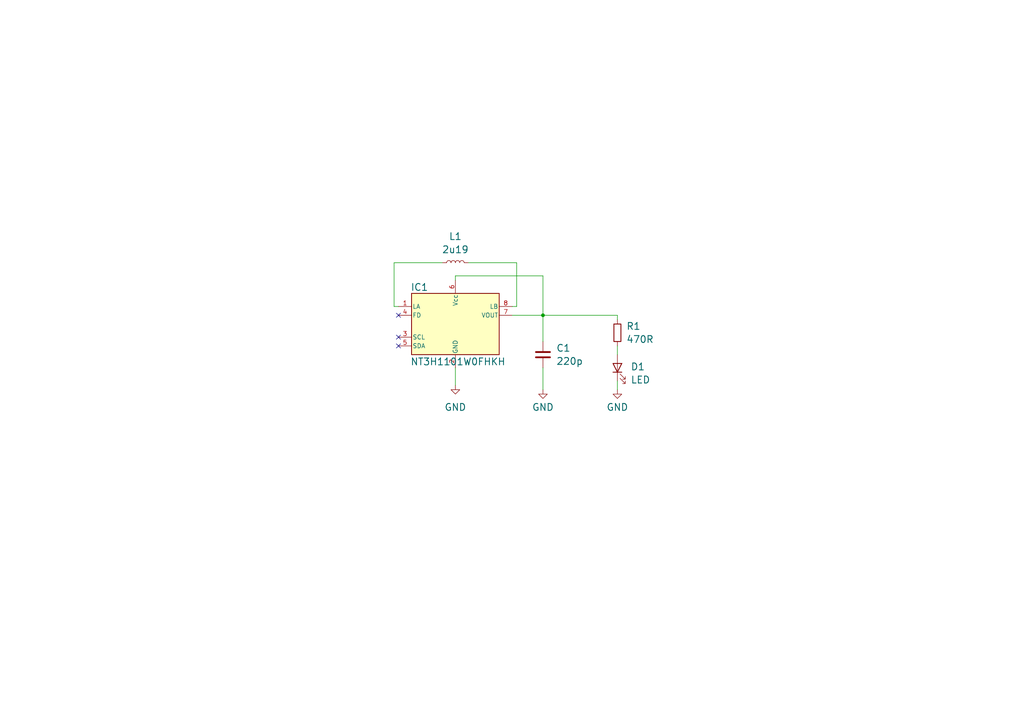
<source format=kicad_sch>
(kicad_sch (version 20240819) (generator "eeschema") (generator_version "8.99")
  (paper "A4")
  (title_block (title "Business Card") (date "2024-09-30") (rev "1.0"))
  (lib_symbols
    (symbol "Device:C" (pin_numbers hide) (pin_names (offset 0.254))
      (property "Reference" "C" (at 0.635 2.54 0))
      (property "Value" "C" (at 0.635 -2.54 0))
      (symbol "C_0_1"
        (polyline (pts (xy -2.032 0.762) (xy 2.032 0.762)) (stroke (width 0.508)))
        (polyline (pts (xy -2.032 -0.762) (xy 2.032 -0.762)) (stroke (width 0.508)))
      )
      (symbol "C_1_1"
        (pin passive line (at 0 3.81 270) (length 2.794) (name "~") (number "1"))
        (pin passive line (at 0 -3.81 90) (length 2.794) (name "~") (number "2"))
      )
    )
    (symbol "Device:L" (pin_numbers hide) (pin_names (offset 1.016) hide)
      (property "Reference" "L" (at -1.27 0 90))
      (property "Value" "L" (at 1.905 0 90))
      (symbol "L_0_1"
        (arc (start 0 2.54) (mid 0.6323 1.905) (end 0 1.27))
        (arc (start 0 1.27) (mid 0.6323 0.635) (end 0 0))
        (arc (start 0 0) (mid 0.6323 -0.635) (end 0 -1.27))
        (arc (start 0 -1.27) (mid 0.6323 -1.905) (end 0 -2.54))
      )
      (symbol "L_1_1"
        (pin passive line (at 0 3.81 270) (length 1.27) (name "1") (number "1"))
        (pin passive line (at 0 -3.81 90) (length 1.27) (name "2") (number "2"))
      )
    )
    (symbol "Device:LED" (pin_numbers hide) (pin_names (offset 1.016) hide)
      (property "Reference" "D" (at 0 2.54 0))
      (property "Value" "LED" (at 0 -2.54 0))
      (symbol "LED_0_1"
        (polyline (pts (xy -3.048 -0.762) (xy -4.572 -2.286) (xy -3.81 -2.286) (xy -4.572 -2.286) (xy -4.572 -1.524)))
        (polyline (pts (xy -1.778 -0.762) (xy -3.302 -2.286) (xy -2.54 -2.286) (xy -3.302 -2.286) (xy -3.302 -1.524)))
        (polyline (pts (xy -1.27 0) (xy 1.27 0)))
        (polyline (pts (xy -1.27 -1.27) (xy -1.27 1.27)) (stroke (width 0.254)))
        (polyline (pts (xy 1.27 -1.27) (xy 1.27 1.27) (xy -1.27 0) (xy 1.27 -1.27)) (stroke (width 0.254)))
      )
      (symbol "LED_1_1"
        (pin passive line (at -3.81 0 0) (length 2.54) (name "K") (number "1"))
        (pin passive line (at 3.81 0 180) (length 2.54) (name "A") (number "2"))
      )
    )
    (symbol "Device:R" (pin_numbers hide) (pin_names (offset 0))
      (property "Reference" "R" (at 2.032 0 90))
      (property "Value" "R" (at 0 0 90))
      (symbol "R_0_1"
        (rectangle (start -1.016 -2.54) (end 1.016 2.54) (stroke (width 0.254)))
      )
      (symbol "R_1_1"
        (pin passive line (at 0 3.81 270) (length 1.27) (name "~") (number "1"))
        (pin passive line (at 0 -3.81 90) (length 1.27) (name "~") (number "2"))
      )
    )
    (symbol "XQFN8_NT3H1101_NXP:NT3H1101W0FHKH" (pin_names (offset 0.254))
      (property "Reference" "IC1" (at -10.414 10.668 0))
      (property "Value" "NT3H1101W0FHKH" (at 0.762 -10.922 0))
      (symbol "NT3H1101W0FHKH_1_1"
        (rectangle (start -12.7 8.89) (end 12.7 -8.89) (stroke (width 0.254)) (fill (type background)))
        (pin unspecified line (at -16.51 5.08 0) (length 3.81) (name "LA") (number "1"))
        (pin unspecified line (at -16.51 2.54 0) (length 3.81) (name "FD") (number "4"))
        (pin input line (at -16.51 -3.81 0) (length 3.81) (name "SCL") (number "3"))
        (pin bidirectional line (at -16.51 -6.35 0) (length 3.81) (name "SDA") (number "5"))
        (pin power_in line (at 0 12.7 270) (length 3.81) (name "Vcc") (number "6"))
        (pin power_out line (at 0 -12.7 90) (length 3.81) (name "GND") (number "2"))
        (pin unspecified line (at 16.51 5.08 180) (length 3.81) (name "LB") (number "8"))
        (pin output line (at 16.51 2.54 180) (length 3.81) (name "VOUT") (number "7"))
      )
    )
    (symbol "power:GND" (power) (pin_names (offset 0))
      (property "Value" "GND" (at 0 -3.81 0))
      (symbol "GND_0_1"
        (polyline (pts (xy 0 0) (xy 0 -1.27) (xy 1.27 -1.27) (xy 0 -2.54) (xy -1.27 -1.27) (xy 0 -1.27)))
      )
      (symbol "GND_1_1"
        (pin power_in line (at 0 0 270) (length 0) hide (name "GND") (number "1"))
      )
    )
  )
  (junction (at 157.48 91.44))
  (no_connect (at 115.57 91.44))
  (no_connect (at 115.57 100.33))
  (no_connect (at 115.57 97.79))
  (wire (pts (xy 132.08 106.68) (xy 132.08 111.76)))
  (wire (pts (xy 148.59 91.44) (xy 157.48 91.44)))
  (wire (pts (xy 179.07 110.49) (xy 179.07 113.03)))
  (wire (pts (xy 132.08 81.28) (xy 132.08 80.01)))
  (wire (pts (xy 157.48 99.06) (xy 157.48 91.44)))
  (wire (pts (xy 148.59 88.9) (xy 149.86 88.9)))
  (wire (pts (xy 179.07 92.71) (xy 179.07 91.44)))
  (wire (pts (xy 114.3 88.9) (xy 115.57 88.9)))
  (wire (pts (xy 157.48 106.68) (xy 157.48 113.03)))
  (wire (pts (xy 114.3 76.2) (xy 128.27 76.2)))
  (wire (pts (xy 149.86 76.2) (xy 149.86 88.9)))
  (wire (pts (xy 157.48 80.01) (xy 157.48 91.44)))
  (wire (pts (xy 157.48 91.44) (xy 179.07 91.44)))
  (wire (pts (xy 135.89 76.2) (xy 149.86 76.2)))
  (wire (pts (xy 114.3 88.9) (xy 114.3 76.2)))
  (wire (pts (xy 132.08 80.01) (xy 157.48 80.01)))
  (wire (pts (xy 179.07 100.33) (xy 179.07 102.87)))
  (symbol (lib_id "Device:LED") (at 179.07 106.68 90) (unit 1)
    (property "Reference" "D1" (at 182.88 106.3624 90) (effects (font (size 2 2) (thickness 0.25)) (justify right)))
    (property "Value" "LED" (at 182.88 110.1724 90) (effects (font (size 2 2) (thickness 0.25)) (justify right)))
    (property "Footprint" "LED_SMD:LED_0603_1608Metric" (effects (hide yes)))
    (property "Datasheet" "https://www.mouser.de/datasheet/2/678/hsmq_c191_t0000_ds100-2498229.pdf" (effects (hide yes)))
    (property "Mfr." "Broadcom / Avago" (effects (hide yes)))
    (property "Mfr. No." "HSMQ-C191-T0000" (effects (hide yes)))
    (property "Distributor" "Mouser" (effects (hide yes)))
    (property "Order Number" "630-HSMQ-C191-T0000" (effects (hide yes)))
  )
  (symbol (lib_id "XQFN8_NT3H1101_NXP:NT3H1101W0FHKH") (at 132.08 93.98 0) (unit 1)
    (property "Reference" "IC1" (at 121.666 83.312 0) (effects (font (size 2 2) (thickness 0.25))))
    (property "Value" "NT3H1101W0FHKH" (at 132.842 104.902 0) (effects (font (size 2 2) (thickness 0.25))))
    (property "Footprint" "footprints:XQFN8_NT3H1101_NXP" (effects (hide yes)))
    (property "Datasheet" "https://www.mouser.de/datasheet/2/302/NT3H2111_2211-2303598.pdf" (effects (hide yes)))
    (property "Mfr." "NXP Semiconductors" (effects (hide yes)))
    (property "Mfr. No." "NT3H2111W0FHKH" (effects (hide yes)))
    (property "Distributor" "Mouser" (effects (hide yes)))
    (property "Order Number" "771-NT3H2111W0FHKH" (effects (hide yes)))
  )
  (symbol (lib_id "Device:R") (at 179.07 96.52 0) (unit 1)
    (property "Reference" "R1" (at 181.61 94.6149 0) (effects (font (size 2 2) (thickness 0.25)) (justify left)))
    (property "Value" "470R" (at 181.61 98.4249 0) (effects (font (size 2 2) (thickness 0.25)) (justify left)))
    (property "Footprint" "Resistor_SMD:R_0603_1608Metric" (effects (hide yes)))
    (property "Datasheet" "https://www.mouser.de/datasheet/2/54/cr-1858361.pdf" (effects (hide yes)))
    (property "Mfr." "Bourns" (effects (hide yes)))
    (property "Mfr. No." "CR0603-JW-471ELF" (effects (hide yes)))
    (property "Distributor" "Mouser" (effects (hide yes)))
    (property "Order Number" "652-CR0603JW-471ELF" (effects (hide yes)))
  )
  (symbol (lib_id "Device:L") (at 132.08 76.2 90) (unit 1) (in_bom no)
    (property "Reference" "L1" (at 132.08 68.58 90) (effects (font (size 2 2) (thickness 0.25))))
    (property "Value" "2u19" (at 132.08 72.39 90) (effects (font (size 2 2) (thickness 0.25))))
    (property "Footprint" "footprints:class4_13.56MHz" (effects (hide yes)))
    (property "Distributor" "Mouser" (effects (hide yes)))
  )
  (symbol (lib_id "power:GND") (at 132.08 111.76 0) (unit 1)
    (property "Reference" "#PWR01" (effects (hide yes)))
    (property "Value" "GND" (at 132.08 118.11 0) (effects (font (size 2 2) (thickness 0.25))))
  )
  (symbol (lib_id "Device:C") (at 157.48 102.87 0) (unit 1)
    (property "Reference" "C1" (at 161.29 100.9649 0) (effects (font (size 2 2) (thickness 0.25)) (justify left)))
    (property "Value" "220p" (at 161.29 104.7749 0) (effects (font (size 2 2) (thickness 0.25)) (justify left)))
    (property "Footprint" "Capacitor_SMD:C_0603_1608Metric" (effects (hide yes)))
    (property "Datasheet" "https://www.mouser.de/datasheet/2/40/AutoMLCC-2952695.pdf" (effects (hide yes)))
    (property "Mfr." "KYOCERA AVX" (effects (hide yes)))
    (property "Mfr. No." "06035C221J4Z2A" (effects (hide yes)))
    (property "Distributor" "Mouser" (effects (hide yes)))
    (property "Order Number" "581-06035C221J4Z2A" (effects (hide yes)))
  )
  (symbol (lib_id "power:GND") (at 157.48 113.03 0) (unit 1)
    (property "Reference" "#PWR02" (effects (hide yes)))
    (property "Value" "GND" (at 157.48 118.11 0) (effects (font (size 2 2) (thickness 0.25))))
  )
  (symbol (lib_id "power:GND") (at 179.07 113.03 0) (unit 1)
    (property "Reference" "#PWR03" (effects (hide yes)))
    (property "Value" "GND" (at 179.07 118.11 0) (effects (font (size 2 2) (thickness 0.25))))
  )
)
</source>
